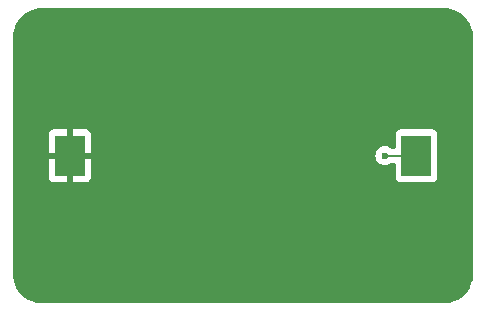
<source format=gbr>
%TF.GenerationSoftware,KiCad,Pcbnew,8.0.6*%
%TF.CreationDate,2024-11-14T10:44:01+01:00*%
%TF.ProjectId,dac_hat,6461635f-6861-4742-9e6b-696361645f70,0*%
%TF.SameCoordinates,Original*%
%TF.FileFunction,Copper,L4,Bot*%
%TF.FilePolarity,Positive*%
%FSLAX46Y46*%
G04 Gerber Fmt 4.6, Leading zero omitted, Abs format (unit mm)*
G04 Created by KiCad (PCBNEW 8.0.6) date 2024-11-14 10:44:01*
%MOMM*%
%LPD*%
G01*
G04 APERTURE LIST*
%TA.AperFunction,SMDPad,CuDef*%
%ADD10R,2.540000X3.510000*%
%TD*%
%TA.AperFunction,ViaPad*%
%ADD11C,0.600000*%
%TD*%
%TA.AperFunction,Conductor*%
%ADD12C,0.200000*%
%TD*%
G04 APERTURE END LIST*
D10*
%TO.P,BT1,1,+*%
%TO.N,VCC*%
X131680000Y-83000000D03*
%TO.P,BT1,2,-*%
%TO.N,GND*%
X102320000Y-83000000D03*
%TD*%
D11*
%TO.N,GND*%
X113000000Y-83000000D03*
X114000000Y-85000000D03*
X114000000Y-81000000D03*
X129000000Y-85000000D03*
X129000000Y-81000000D03*
X104000000Y-86000000D03*
X101000000Y-86000000D03*
X104000000Y-80000000D03*
X101000000Y-80000000D03*
X105000000Y-83000000D03*
X100000000Y-83000000D03*
%TO.N,VCC*%
X129000000Y-83000000D03*
%TD*%
D12*
%TO.N,VCC*%
X131680000Y-83000000D02*
X129000000Y-83000000D01*
%TD*%
%TA.AperFunction,Conductor*%
%TO.N,GND*%
G36*
X134003736Y-70500726D02*
G01*
X134293796Y-70518271D01*
X134308659Y-70520076D01*
X134590798Y-70571780D01*
X134605335Y-70575363D01*
X134879172Y-70660695D01*
X134893163Y-70666000D01*
X135154743Y-70783727D01*
X135167989Y-70790680D01*
X135413465Y-70939075D01*
X135425776Y-70947573D01*
X135651573Y-71124473D01*
X135662781Y-71134403D01*
X135865596Y-71337218D01*
X135875526Y-71348426D01*
X135995481Y-71501538D01*
X136052422Y-71574217D01*
X136060928Y-71586540D01*
X136209316Y-71832004D01*
X136216275Y-71845263D01*
X136333997Y-72106831D01*
X136339306Y-72120832D01*
X136424635Y-72394663D01*
X136428219Y-72409201D01*
X136479923Y-72691340D01*
X136481728Y-72706205D01*
X136499274Y-72996263D01*
X136499500Y-73003750D01*
X136499500Y-92996249D01*
X136499274Y-93003736D01*
X136481728Y-93293794D01*
X136479923Y-93308659D01*
X136428219Y-93590798D01*
X136424635Y-93605336D01*
X136339306Y-93879167D01*
X136333997Y-93893168D01*
X136216275Y-94154736D01*
X136209316Y-94167995D01*
X136060928Y-94413459D01*
X136052422Y-94425782D01*
X135875526Y-94651573D01*
X135865596Y-94662781D01*
X135662781Y-94865596D01*
X135651573Y-94875526D01*
X135425782Y-95052422D01*
X135413459Y-95060928D01*
X135167995Y-95209316D01*
X135154736Y-95216275D01*
X134893168Y-95333997D01*
X134879167Y-95339306D01*
X134605336Y-95424635D01*
X134590798Y-95428219D01*
X134308659Y-95479923D01*
X134293794Y-95481728D01*
X134003736Y-95499274D01*
X133996249Y-95499500D01*
X100003751Y-95499500D01*
X99996264Y-95499274D01*
X99706205Y-95481728D01*
X99691340Y-95479923D01*
X99409201Y-95428219D01*
X99394663Y-95424635D01*
X99120832Y-95339306D01*
X99106831Y-95333997D01*
X98845263Y-95216275D01*
X98832004Y-95209316D01*
X98586540Y-95060928D01*
X98574217Y-95052422D01*
X98348426Y-94875526D01*
X98337218Y-94865596D01*
X98134403Y-94662781D01*
X98124473Y-94651573D01*
X97947573Y-94425776D01*
X97939075Y-94413465D01*
X97790680Y-94167989D01*
X97783727Y-94154743D01*
X97666000Y-93893163D01*
X97660693Y-93879167D01*
X97575364Y-93605336D01*
X97571780Y-93590798D01*
X97520076Y-93308659D01*
X97518271Y-93293794D01*
X97500726Y-93003736D01*
X97500500Y-92996249D01*
X97500500Y-84802844D01*
X100550000Y-84802844D01*
X100556401Y-84862372D01*
X100556403Y-84862379D01*
X100606645Y-84997086D01*
X100606649Y-84997093D01*
X100692809Y-85112187D01*
X100692812Y-85112190D01*
X100807906Y-85198350D01*
X100807913Y-85198354D01*
X100942620Y-85248596D01*
X100942627Y-85248598D01*
X101002155Y-85254999D01*
X101002172Y-85255000D01*
X102070000Y-85255000D01*
X102570000Y-85255000D01*
X103637828Y-85255000D01*
X103637844Y-85254999D01*
X103697372Y-85248598D01*
X103697379Y-85248596D01*
X103832086Y-85198354D01*
X103832093Y-85198350D01*
X103947187Y-85112190D01*
X103947190Y-85112187D01*
X104033350Y-84997093D01*
X104033354Y-84997086D01*
X104083596Y-84862379D01*
X104083598Y-84862372D01*
X104089999Y-84802844D01*
X104090000Y-84802827D01*
X104090000Y-83250000D01*
X102570000Y-83250000D01*
X102570000Y-85255000D01*
X102070000Y-85255000D01*
X102070000Y-83250000D01*
X100550000Y-83250000D01*
X100550000Y-84802844D01*
X97500500Y-84802844D01*
X97500500Y-82999996D01*
X128194435Y-82999996D01*
X128194435Y-83000003D01*
X128214630Y-83179249D01*
X128214631Y-83179254D01*
X128274211Y-83349523D01*
X128370184Y-83502262D01*
X128497738Y-83629816D01*
X128588080Y-83686582D01*
X128648426Y-83724500D01*
X128650478Y-83725789D01*
X128820745Y-83785368D01*
X128820750Y-83785369D01*
X128999996Y-83805565D01*
X129000000Y-83805565D01*
X129000004Y-83805565D01*
X129179249Y-83785369D01*
X129179252Y-83785368D01*
X129179255Y-83785368D01*
X129349522Y-83725789D01*
X129502262Y-83629816D01*
X129502267Y-83629810D01*
X129505097Y-83627555D01*
X129507275Y-83626665D01*
X129508158Y-83626111D01*
X129508255Y-83626265D01*
X129569783Y-83601145D01*
X129582412Y-83600500D01*
X129785501Y-83600500D01*
X129852540Y-83620185D01*
X129898295Y-83672989D01*
X129909501Y-83724500D01*
X129909501Y-84802876D01*
X129915908Y-84862483D01*
X129966202Y-84997328D01*
X129966206Y-84997335D01*
X130052452Y-85112544D01*
X130052455Y-85112547D01*
X130167664Y-85198793D01*
X130167671Y-85198797D01*
X130302517Y-85249091D01*
X130302516Y-85249091D01*
X130309444Y-85249835D01*
X130362127Y-85255500D01*
X132997872Y-85255499D01*
X133057483Y-85249091D01*
X133192331Y-85198796D01*
X133307546Y-85112546D01*
X133393796Y-84997331D01*
X133444091Y-84862483D01*
X133450500Y-84802873D01*
X133450499Y-81197128D01*
X133444091Y-81137517D01*
X133393884Y-81002906D01*
X133393797Y-81002671D01*
X133393793Y-81002664D01*
X133307547Y-80887455D01*
X133307544Y-80887452D01*
X133192335Y-80801206D01*
X133192328Y-80801202D01*
X133057482Y-80750908D01*
X133057483Y-80750908D01*
X132997883Y-80744501D01*
X132997881Y-80744500D01*
X132997873Y-80744500D01*
X132997864Y-80744500D01*
X130362129Y-80744500D01*
X130362123Y-80744501D01*
X130302516Y-80750908D01*
X130167671Y-80801202D01*
X130167664Y-80801206D01*
X130052455Y-80887452D01*
X130052452Y-80887455D01*
X129966206Y-81002664D01*
X129966202Y-81002671D01*
X129915908Y-81137517D01*
X129909501Y-81197116D01*
X129909501Y-81197123D01*
X129909500Y-81197135D01*
X129909500Y-82275500D01*
X129889815Y-82342539D01*
X129837011Y-82388294D01*
X129785500Y-82399500D01*
X129582412Y-82399500D01*
X129515373Y-82379815D01*
X129505097Y-82372445D01*
X129502263Y-82370185D01*
X129502262Y-82370184D01*
X129445496Y-82334515D01*
X129349523Y-82274211D01*
X129179254Y-82214631D01*
X129179249Y-82214630D01*
X129000004Y-82194435D01*
X128999996Y-82194435D01*
X128820750Y-82214630D01*
X128820745Y-82214631D01*
X128650476Y-82274211D01*
X128497737Y-82370184D01*
X128370184Y-82497737D01*
X128274211Y-82650476D01*
X128214631Y-82820745D01*
X128214630Y-82820750D01*
X128194435Y-82999996D01*
X97500500Y-82999996D01*
X97500500Y-81197155D01*
X100550000Y-81197155D01*
X100550000Y-82750000D01*
X102070000Y-82750000D01*
X102570000Y-82750000D01*
X104090000Y-82750000D01*
X104090000Y-81197172D01*
X104089999Y-81197155D01*
X104083598Y-81137627D01*
X104083596Y-81137620D01*
X104033354Y-81002913D01*
X104033350Y-81002906D01*
X103947190Y-80887812D01*
X103947187Y-80887809D01*
X103832093Y-80801649D01*
X103832086Y-80801645D01*
X103697379Y-80751403D01*
X103697372Y-80751401D01*
X103637844Y-80745000D01*
X102570000Y-80745000D01*
X102570000Y-82750000D01*
X102070000Y-82750000D01*
X102070000Y-80745000D01*
X101002155Y-80745000D01*
X100942627Y-80751401D01*
X100942620Y-80751403D01*
X100807913Y-80801645D01*
X100807906Y-80801649D01*
X100692812Y-80887809D01*
X100692809Y-80887812D01*
X100606649Y-81002906D01*
X100606645Y-81002913D01*
X100556403Y-81137620D01*
X100556401Y-81137627D01*
X100550000Y-81197155D01*
X97500500Y-81197155D01*
X97500500Y-73003750D01*
X97500726Y-72996263D01*
X97518271Y-72706205D01*
X97520076Y-72691340D01*
X97571780Y-72409201D01*
X97575364Y-72394663D01*
X97652096Y-72148422D01*
X97660696Y-72120822D01*
X97665998Y-72106841D01*
X97783731Y-71845249D01*
X97790676Y-71832016D01*
X97939080Y-71586526D01*
X97947567Y-71574230D01*
X98124480Y-71348417D01*
X98134395Y-71337226D01*
X98337226Y-71134395D01*
X98348417Y-71124480D01*
X98574230Y-70947567D01*
X98586526Y-70939080D01*
X98832016Y-70790676D01*
X98845249Y-70783731D01*
X99106841Y-70665998D01*
X99120822Y-70660696D01*
X99394668Y-70575362D01*
X99409197Y-70571780D01*
X99691344Y-70520075D01*
X99706201Y-70518271D01*
X99996264Y-70500726D01*
X100003751Y-70500500D01*
X100065892Y-70500500D01*
X133934108Y-70500500D01*
X133996249Y-70500500D01*
X134003736Y-70500726D01*
G37*
%TD.AperFunction*%
%TD*%
M02*

</source>
